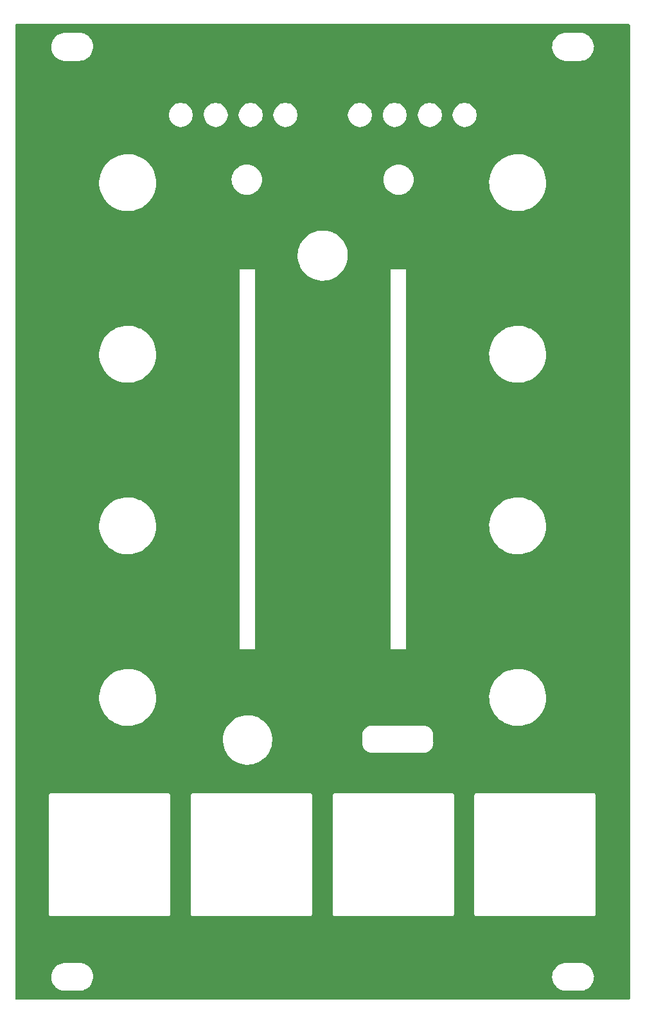
<source format=gbr>
%TF.GenerationSoftware,KiCad,Pcbnew,7.0.7*%
%TF.CreationDate,2023-08-21T16:31:17+01:00*%
%TF.ProjectId,Quango_Panel_3,5175616e-676f-45f5-9061-6e656c5f332e,rev?*%
%TF.SameCoordinates,Original*%
%TF.FileFunction,Copper,L1,Top*%
%TF.FilePolarity,Positive*%
%FSLAX46Y46*%
G04 Gerber Fmt 4.6, Leading zero omitted, Abs format (unit mm)*
G04 Created by KiCad (PCBNEW 7.0.7) date 2023-08-21 16:31:17*
%MOMM*%
%LPD*%
G01*
G04 APERTURE LIST*
G04 APERTURE END LIST*
%TA.AperFunction,NonConductor*%
G36*
X130941621Y-30020502D02*
G01*
X130988114Y-30074158D01*
X130999500Y-30126500D01*
X130999500Y-158373500D01*
X130979498Y-158441621D01*
X130925842Y-158488114D01*
X130873500Y-158499500D01*
X50126500Y-158499500D01*
X50058379Y-158479498D01*
X50011886Y-158425842D01*
X50000500Y-158373500D01*
X50000500Y-155567765D01*
X54745788Y-155567765D01*
X54775412Y-155837014D01*
X54843928Y-156099090D01*
X54949869Y-156348389D01*
X54949870Y-156348390D01*
X55090982Y-156579610D01*
X55264255Y-156787820D01*
X55465998Y-156968582D01*
X55691910Y-157118044D01*
X55937176Y-157233020D01*
X56196569Y-157311060D01*
X56196572Y-157311060D01*
X56196574Y-157311061D01*
X56464557Y-157350500D01*
X56464561Y-157350500D01*
X58467633Y-157350500D01*
X58502363Y-157347957D01*
X58670156Y-157335677D01*
X58670160Y-157335676D01*
X58670161Y-157335676D01*
X58780665Y-157311060D01*
X58934553Y-157276780D01*
X59187558Y-157180014D01*
X59423777Y-157047441D01*
X59638177Y-156881888D01*
X59826186Y-156686881D01*
X59983799Y-156466579D01*
X60107656Y-156225675D01*
X60195118Y-155969305D01*
X60244319Y-155702933D01*
X60249259Y-155567765D01*
X120745788Y-155567765D01*
X120775412Y-155837014D01*
X120843928Y-156099090D01*
X120949869Y-156348389D01*
X120949870Y-156348390D01*
X121090982Y-156579610D01*
X121264255Y-156787820D01*
X121465998Y-156968582D01*
X121691910Y-157118044D01*
X121937176Y-157233020D01*
X122196569Y-157311060D01*
X122196572Y-157311060D01*
X122196574Y-157311061D01*
X122464557Y-157350500D01*
X122464561Y-157350500D01*
X124467633Y-157350500D01*
X124502363Y-157347957D01*
X124670156Y-157335677D01*
X124670160Y-157335676D01*
X124670161Y-157335676D01*
X124780665Y-157311060D01*
X124934553Y-157276780D01*
X125187558Y-157180014D01*
X125423777Y-157047441D01*
X125638177Y-156881888D01*
X125826186Y-156686881D01*
X125983799Y-156466579D01*
X126107656Y-156225675D01*
X126195118Y-155969305D01*
X126244319Y-155702933D01*
X126254212Y-155432235D01*
X126239338Y-155297058D01*
X126224587Y-155162985D01*
X126156071Y-154900909D01*
X126050130Y-154651610D01*
X126050129Y-154651609D01*
X125909018Y-154420390D01*
X125735745Y-154212180D01*
X125735741Y-154212177D01*
X125735740Y-154212175D01*
X125534012Y-154031427D01*
X125534002Y-154031418D01*
X125308090Y-153881956D01*
X125062824Y-153766980D01*
X124905392Y-153719615D01*
X124803425Y-153688938D01*
X124535442Y-153649500D01*
X124535439Y-153649500D01*
X122532369Y-153649500D01*
X122532367Y-153649500D01*
X122329839Y-153664323D01*
X122329838Y-153664323D01*
X122065456Y-153723217D01*
X122065441Y-153723222D01*
X121812441Y-153819986D01*
X121576229Y-153952555D01*
X121576225Y-153952557D01*
X121361818Y-154118116D01*
X121173815Y-154313117D01*
X121173810Y-154313123D01*
X121016203Y-154533417D01*
X121016196Y-154533427D01*
X120892343Y-154774324D01*
X120892342Y-154774327D01*
X120804883Y-155030689D01*
X120804880Y-155030702D01*
X120755681Y-155297058D01*
X120755680Y-155297069D01*
X120745788Y-155567765D01*
X60249259Y-155567765D01*
X60254212Y-155432235D01*
X60239338Y-155297058D01*
X60224587Y-155162985D01*
X60156071Y-154900909D01*
X60050130Y-154651610D01*
X60050129Y-154651609D01*
X59909018Y-154420390D01*
X59735745Y-154212180D01*
X59735741Y-154212177D01*
X59735740Y-154212175D01*
X59534012Y-154031427D01*
X59534002Y-154031418D01*
X59308090Y-153881956D01*
X59062824Y-153766980D01*
X58905392Y-153719615D01*
X58803425Y-153688938D01*
X58535442Y-153649500D01*
X58535439Y-153649500D01*
X56532369Y-153649500D01*
X56532367Y-153649500D01*
X56329839Y-153664323D01*
X56329838Y-153664323D01*
X56065456Y-153723217D01*
X56065441Y-153723222D01*
X55812441Y-153819986D01*
X55576229Y-153952555D01*
X55576225Y-153952557D01*
X55361818Y-154118116D01*
X55173815Y-154313117D01*
X55173810Y-154313123D01*
X55016203Y-154533417D01*
X55016196Y-154533427D01*
X54892343Y-154774324D01*
X54892342Y-154774327D01*
X54804883Y-155030689D01*
X54804880Y-155030702D01*
X54755681Y-155297058D01*
X54755680Y-155297069D01*
X54745788Y-155567765D01*
X50000500Y-155567765D01*
X50000500Y-147143765D01*
X54388814Y-147143765D01*
X54397079Y-147185315D01*
X54399500Y-147209897D01*
X54399500Y-147247595D01*
X54401051Y-147257387D01*
X54399354Y-147257655D01*
X54400008Y-147280641D01*
X54410237Y-147295949D01*
X54425305Y-147327016D01*
X54428913Y-147338122D01*
X54428916Y-147338128D01*
X54484865Y-147415134D01*
X54561871Y-147471083D01*
X54561877Y-147471086D01*
X54572984Y-147474695D01*
X54604051Y-147489763D01*
X54615874Y-147497663D01*
X54627726Y-147495459D01*
X54649249Y-147500000D01*
X54652404Y-147500500D01*
X54690106Y-147500500D01*
X54714687Y-147502921D01*
X54751541Y-147510251D01*
X54761249Y-147504469D01*
X54792626Y-147500500D01*
X70007373Y-147500500D01*
X70043764Y-147511185D01*
X70085312Y-147502921D01*
X70109893Y-147500500D01*
X70147596Y-147500500D01*
X70157387Y-147498949D01*
X70157655Y-147500647D01*
X70180642Y-147499989D01*
X70195946Y-147489764D01*
X70227009Y-147474696D01*
X70238125Y-147471085D01*
X70315134Y-147415134D01*
X70371085Y-147338125D01*
X70374696Y-147327009D01*
X70389764Y-147295946D01*
X70397665Y-147284121D01*
X70395461Y-147272267D01*
X70399999Y-147250758D01*
X70400500Y-147247595D01*
X70400500Y-147209892D01*
X70402921Y-147185310D01*
X70410251Y-147148456D01*
X70407457Y-147143765D01*
X73088814Y-147143765D01*
X73097079Y-147185315D01*
X73099500Y-147209897D01*
X73099500Y-147247595D01*
X73101051Y-147257387D01*
X73099354Y-147257655D01*
X73100008Y-147280641D01*
X73110237Y-147295949D01*
X73125305Y-147327016D01*
X73128913Y-147338122D01*
X73128916Y-147338128D01*
X73184865Y-147415134D01*
X73261871Y-147471083D01*
X73261877Y-147471086D01*
X73272984Y-147474695D01*
X73304051Y-147489763D01*
X73315874Y-147497663D01*
X73327726Y-147495459D01*
X73349249Y-147500000D01*
X73352404Y-147500500D01*
X73390106Y-147500500D01*
X73414687Y-147502921D01*
X73451541Y-147510251D01*
X73461249Y-147504469D01*
X73492626Y-147500500D01*
X88707373Y-147500500D01*
X88743764Y-147511185D01*
X88785312Y-147502921D01*
X88809893Y-147500500D01*
X88847596Y-147500500D01*
X88857387Y-147498949D01*
X88857655Y-147500647D01*
X88880642Y-147499989D01*
X88895946Y-147489764D01*
X88927009Y-147474696D01*
X88938125Y-147471085D01*
X89015134Y-147415134D01*
X89071085Y-147338125D01*
X89074696Y-147327009D01*
X89089764Y-147295946D01*
X89097665Y-147284121D01*
X89095461Y-147272267D01*
X89099999Y-147250758D01*
X89100500Y-147247595D01*
X89100500Y-147209892D01*
X89102921Y-147185310D01*
X89110251Y-147148456D01*
X89107457Y-147143765D01*
X91788814Y-147143765D01*
X91797079Y-147185315D01*
X91799500Y-147209897D01*
X91799500Y-147247595D01*
X91801051Y-147257387D01*
X91799354Y-147257655D01*
X91800008Y-147280641D01*
X91810237Y-147295949D01*
X91825305Y-147327016D01*
X91828913Y-147338122D01*
X91828916Y-147338128D01*
X91884865Y-147415134D01*
X91961871Y-147471083D01*
X91961877Y-147471086D01*
X91972984Y-147474695D01*
X92004051Y-147489763D01*
X92015874Y-147497663D01*
X92027726Y-147495459D01*
X92049249Y-147500000D01*
X92052404Y-147500500D01*
X92090106Y-147500500D01*
X92114687Y-147502921D01*
X92151541Y-147510251D01*
X92161249Y-147504469D01*
X92192626Y-147500500D01*
X107407373Y-147500500D01*
X107443764Y-147511185D01*
X107485312Y-147502921D01*
X107509893Y-147500500D01*
X107547596Y-147500500D01*
X107557387Y-147498949D01*
X107557655Y-147500647D01*
X107580642Y-147499989D01*
X107595946Y-147489764D01*
X107627009Y-147474696D01*
X107638125Y-147471085D01*
X107715134Y-147415134D01*
X107771085Y-147338125D01*
X107774696Y-147327009D01*
X107789764Y-147295946D01*
X107797665Y-147284121D01*
X107795461Y-147272267D01*
X107799999Y-147250758D01*
X107800500Y-147247595D01*
X107800500Y-147209892D01*
X107802921Y-147185310D01*
X107810251Y-147148456D01*
X107807457Y-147143765D01*
X110488814Y-147143765D01*
X110497079Y-147185315D01*
X110499500Y-147209897D01*
X110499500Y-147247595D01*
X110501051Y-147257387D01*
X110499354Y-147257655D01*
X110500008Y-147280641D01*
X110510237Y-147295949D01*
X110525305Y-147327016D01*
X110528913Y-147338122D01*
X110528916Y-147338128D01*
X110584865Y-147415134D01*
X110661871Y-147471083D01*
X110661877Y-147471086D01*
X110672984Y-147474695D01*
X110704051Y-147489763D01*
X110715874Y-147497663D01*
X110727726Y-147495459D01*
X110749249Y-147500000D01*
X110752404Y-147500500D01*
X110790106Y-147500500D01*
X110814687Y-147502921D01*
X110851541Y-147510251D01*
X110861249Y-147504469D01*
X110892626Y-147500500D01*
X126107373Y-147500500D01*
X126143764Y-147511185D01*
X126185312Y-147502921D01*
X126209893Y-147500500D01*
X126247596Y-147500500D01*
X126257387Y-147498949D01*
X126257655Y-147500647D01*
X126280642Y-147499989D01*
X126295946Y-147489764D01*
X126327009Y-147474696D01*
X126338125Y-147471085D01*
X126415134Y-147415134D01*
X126471085Y-147338125D01*
X126474696Y-147327009D01*
X126489764Y-147295946D01*
X126497665Y-147284121D01*
X126495461Y-147272267D01*
X126499999Y-147250758D01*
X126500500Y-147247595D01*
X126500500Y-147209892D01*
X126502921Y-147185310D01*
X126510251Y-147148456D01*
X126504469Y-147138750D01*
X126500500Y-147107373D01*
X126500500Y-131692625D01*
X126511184Y-131656236D01*
X126502920Y-131614689D01*
X126500500Y-131590113D01*
X126500500Y-131552405D01*
X126500498Y-131552400D01*
X126498949Y-131542613D01*
X126500646Y-131542344D01*
X126499988Y-131519354D01*
X126489763Y-131504051D01*
X126474695Y-131472984D01*
X126471086Y-131461877D01*
X126471083Y-131461871D01*
X126415134Y-131384865D01*
X126338128Y-131328916D01*
X126338122Y-131328913D01*
X126327016Y-131325305D01*
X126295949Y-131310237D01*
X126284120Y-131302333D01*
X126272265Y-131304538D01*
X126250760Y-131300001D01*
X126247596Y-131299500D01*
X126247595Y-131299500D01*
X126209898Y-131299500D01*
X126185317Y-131297079D01*
X126148457Y-131289747D01*
X126138751Y-131295530D01*
X126107373Y-131299500D01*
X110892625Y-131299500D01*
X110856232Y-131288814D01*
X110814683Y-131297079D01*
X110790101Y-131299500D01*
X110752404Y-131299500D01*
X110742613Y-131301051D01*
X110742344Y-131299355D01*
X110719354Y-131300010D01*
X110704047Y-131310238D01*
X110672982Y-131325306D01*
X110661875Y-131328914D01*
X110661871Y-131328916D01*
X110584865Y-131384865D01*
X110528916Y-131461871D01*
X110528914Y-131461875D01*
X110525306Y-131472982D01*
X110510238Y-131504047D01*
X110502334Y-131515875D01*
X110504539Y-131527730D01*
X110500000Y-131549246D01*
X110499500Y-131552404D01*
X110499500Y-131590099D01*
X110497079Y-131614681D01*
X110489746Y-131651541D01*
X110495530Y-131661249D01*
X110499500Y-131692628D01*
X110499500Y-147107373D01*
X110488814Y-147143765D01*
X107807457Y-147143765D01*
X107804469Y-147138750D01*
X107800500Y-147107373D01*
X107800500Y-131692625D01*
X107811185Y-131656234D01*
X107802921Y-131614687D01*
X107800500Y-131590106D01*
X107800500Y-131552404D01*
X107798949Y-131542613D01*
X107800646Y-131542344D01*
X107799988Y-131519354D01*
X107789763Y-131504051D01*
X107774695Y-131472984D01*
X107771086Y-131461877D01*
X107771083Y-131461871D01*
X107715134Y-131384865D01*
X107638128Y-131328916D01*
X107638122Y-131328913D01*
X107627016Y-131325305D01*
X107595949Y-131310237D01*
X107584120Y-131302333D01*
X107572265Y-131304538D01*
X107550760Y-131300001D01*
X107547596Y-131299500D01*
X107547595Y-131299500D01*
X107509898Y-131299500D01*
X107485317Y-131297079D01*
X107448457Y-131289747D01*
X107438751Y-131295530D01*
X107407373Y-131299500D01*
X92192625Y-131299500D01*
X92156232Y-131288814D01*
X92114683Y-131297079D01*
X92090101Y-131299500D01*
X92052404Y-131299500D01*
X92042613Y-131301051D01*
X92042344Y-131299355D01*
X92019354Y-131300010D01*
X92004047Y-131310238D01*
X91972982Y-131325306D01*
X91961875Y-131328914D01*
X91961871Y-131328916D01*
X91884865Y-131384865D01*
X91828916Y-131461871D01*
X91828914Y-131461875D01*
X91825306Y-131472982D01*
X91810238Y-131504047D01*
X91802334Y-131515875D01*
X91804539Y-131527730D01*
X91800000Y-131549246D01*
X91799500Y-131552404D01*
X91799500Y-131590100D01*
X91797079Y-131614682D01*
X91789743Y-131651557D01*
X91795529Y-131661267D01*
X91799500Y-131692650D01*
X91799500Y-147107373D01*
X91788814Y-147143765D01*
X89107457Y-147143765D01*
X89104469Y-147138750D01*
X89100500Y-147107373D01*
X89100500Y-131692625D01*
X89111185Y-131656234D01*
X89102921Y-131614687D01*
X89100500Y-131590106D01*
X89100500Y-131552404D01*
X89098949Y-131542613D01*
X89100646Y-131542344D01*
X89099988Y-131519354D01*
X89089763Y-131504051D01*
X89074695Y-131472984D01*
X89071086Y-131461877D01*
X89071083Y-131461871D01*
X89015134Y-131384865D01*
X88938128Y-131328916D01*
X88938122Y-131328913D01*
X88927016Y-131325305D01*
X88895949Y-131310237D01*
X88884120Y-131302333D01*
X88872265Y-131304538D01*
X88850760Y-131300001D01*
X88847596Y-131299500D01*
X88847595Y-131299500D01*
X88809898Y-131299500D01*
X88785317Y-131297079D01*
X88748457Y-131289747D01*
X88738751Y-131295530D01*
X88707373Y-131299500D01*
X73492625Y-131299500D01*
X73456232Y-131288814D01*
X73414683Y-131297079D01*
X73390101Y-131299500D01*
X73352404Y-131299500D01*
X73342613Y-131301051D01*
X73342344Y-131299355D01*
X73319354Y-131300010D01*
X73304047Y-131310238D01*
X73272982Y-131325306D01*
X73261875Y-131328914D01*
X73261871Y-131328916D01*
X73184865Y-131384865D01*
X73128916Y-131461871D01*
X73128914Y-131461875D01*
X73125306Y-131472982D01*
X73110238Y-131504047D01*
X73102334Y-131515875D01*
X73104539Y-131527730D01*
X73100000Y-131549246D01*
X73099500Y-131552404D01*
X73099500Y-131590099D01*
X73097079Y-131614681D01*
X73089746Y-131651541D01*
X73095530Y-131661249D01*
X73099500Y-131692628D01*
X73099500Y-147107373D01*
X73088814Y-147143765D01*
X70407457Y-147143765D01*
X70404469Y-147138750D01*
X70400500Y-147107373D01*
X70400500Y-131692625D01*
X70411185Y-131656234D01*
X70402921Y-131614687D01*
X70400500Y-131590106D01*
X70400500Y-131552404D01*
X70398949Y-131542613D01*
X70400646Y-131542344D01*
X70399988Y-131519354D01*
X70389763Y-131504051D01*
X70374695Y-131472984D01*
X70371086Y-131461877D01*
X70371083Y-131461871D01*
X70315134Y-131384865D01*
X70238128Y-131328916D01*
X70238122Y-131328913D01*
X70227016Y-131325305D01*
X70195949Y-131310237D01*
X70184120Y-131302333D01*
X70172265Y-131304538D01*
X70150760Y-131300001D01*
X70147596Y-131299500D01*
X70147595Y-131299500D01*
X70109898Y-131299500D01*
X70085317Y-131297079D01*
X70048457Y-131289747D01*
X70038751Y-131295530D01*
X70007373Y-131299500D01*
X54792625Y-131299500D01*
X54756232Y-131288814D01*
X54714683Y-131297079D01*
X54690101Y-131299500D01*
X54652404Y-131299500D01*
X54642613Y-131301051D01*
X54642344Y-131299355D01*
X54619354Y-131300010D01*
X54604047Y-131310238D01*
X54572982Y-131325306D01*
X54561875Y-131328914D01*
X54561871Y-131328916D01*
X54484865Y-131384865D01*
X54428916Y-131461871D01*
X54428914Y-131461875D01*
X54425306Y-131472982D01*
X54410238Y-131504047D01*
X54402334Y-131515875D01*
X54404539Y-131527730D01*
X54400000Y-131549246D01*
X54399500Y-131552404D01*
X54399500Y-131590100D01*
X54397079Y-131614681D01*
X54389747Y-131651540D01*
X54395530Y-131661247D01*
X54399500Y-131692625D01*
X54399500Y-147107373D01*
X54388814Y-147143765D01*
X50000500Y-147143765D01*
X50000500Y-124210307D01*
X77345792Y-124210307D01*
X77355676Y-124568825D01*
X77355677Y-124568841D01*
X77404941Y-124924106D01*
X77492985Y-125271788D01*
X77602859Y-125565249D01*
X77618752Y-125607697D01*
X77780704Y-125927721D01*
X77976878Y-126227988D01*
X78204893Y-126504852D01*
X78461981Y-126754951D01*
X78745022Y-126975251D01*
X79050580Y-127163077D01*
X79374946Y-127316149D01*
X79714182Y-127432608D01*
X79714183Y-127432609D01*
X79714186Y-127432610D01*
X80064157Y-127511040D01*
X80064161Y-127511040D01*
X80064172Y-127511043D01*
X80420665Y-127550500D01*
X80420666Y-127550500D01*
X80689589Y-127550500D01*
X80689595Y-127550500D01*
X80958125Y-127535685D01*
X81311904Y-127476650D01*
X81657041Y-127379054D01*
X81989346Y-127244083D01*
X82304787Y-127073375D01*
X82599534Y-126869002D01*
X82870010Y-126633445D01*
X83112931Y-126369562D01*
X83325348Y-126080559D01*
X83504683Y-125769941D01*
X83648759Y-125441481D01*
X83755827Y-125099164D01*
X83824588Y-124747147D01*
X83854207Y-124389702D01*
X83844324Y-124031168D01*
X83803385Y-123735940D01*
X95696854Y-123735940D01*
X95700603Y-123756243D01*
X95717539Y-124619611D01*
X95714775Y-124629755D01*
X95718407Y-124671274D01*
X95718634Y-124675507D01*
X95718739Y-124680737D01*
X95718737Y-124783118D01*
X95732766Y-124871709D01*
X95731756Y-124879517D01*
X95736393Y-124896822D01*
X95737765Y-124903276D01*
X95750754Y-124985298D01*
X95784415Y-125088901D01*
X95784662Y-125097562D01*
X95791496Y-125112218D01*
X95794317Y-125119382D01*
X95803564Y-125147843D01*
X95804501Y-125151005D01*
X95813999Y-125186453D01*
X95825954Y-125203433D01*
X95870445Y-125290754D01*
X95872297Y-125300615D01*
X95881417Y-125313641D01*
X95885949Y-125321184D01*
X95906940Y-125362380D01*
X95910126Y-125367580D01*
X95913510Y-125373876D01*
X95916574Y-125380448D01*
X95930108Y-125394268D01*
X95988317Y-125474386D01*
X95992164Y-125485169D01*
X95999729Y-125492734D01*
X96012567Y-125507764D01*
X96027262Y-125527990D01*
X96027264Y-125527992D01*
X96027266Y-125527995D01*
X96033628Y-125534357D01*
X96047746Y-125551181D01*
X96050234Y-125554735D01*
X96064520Y-125565249D01*
X96134749Y-125635478D01*
X96140870Y-125646688D01*
X96148816Y-125652252D01*
X96165641Y-125666370D01*
X96172004Y-125672733D01*
X96172007Y-125672735D01*
X96172010Y-125672738D01*
X96192234Y-125687432D01*
X96207265Y-125700270D01*
X96211408Y-125704413D01*
X96225607Y-125711678D01*
X96305730Y-125769891D01*
X96314264Y-125780958D01*
X96326115Y-125786484D01*
X96332418Y-125789871D01*
X96337612Y-125793054D01*
X96337620Y-125793060D01*
X96378823Y-125814053D01*
X96386363Y-125818584D01*
X96395887Y-125825253D01*
X96409244Y-125829553D01*
X96496564Y-125874043D01*
X96507509Y-125884381D01*
X96548973Y-125895491D01*
X96552101Y-125896416D01*
X96580631Y-125905686D01*
X96587789Y-125908506D01*
X96599066Y-125913765D01*
X96611094Y-125915583D01*
X96714701Y-125949245D01*
X96796738Y-125962236D01*
X96803190Y-125963607D01*
X96817191Y-125967359D01*
X96828291Y-125967233D01*
X96916887Y-125981263D01*
X97019239Y-125981261D01*
X97019739Y-125981261D01*
X97022201Y-125981261D01*
X97027694Y-125981501D01*
X97060289Y-125984353D01*
X97078014Y-125981261D01*
X103721985Y-125981261D01*
X103734167Y-125984838D01*
X103772305Y-125981501D01*
X103777798Y-125981261D01*
X103780261Y-125981261D01*
X103780761Y-125981261D01*
X103883113Y-125981263D01*
X103971694Y-125967235D01*
X103979503Y-125968244D01*
X103996803Y-125963609D01*
X104003252Y-125962237D01*
X104085299Y-125949245D01*
X104188889Y-125915588D01*
X104197546Y-125915341D01*
X104212197Y-125908510D01*
X104219346Y-125905693D01*
X104247899Y-125896416D01*
X104251028Y-125895490D01*
X104286459Y-125885996D01*
X104303435Y-125874044D01*
X104390753Y-125829554D01*
X104400611Y-125827703D01*
X104413631Y-125818587D01*
X104421172Y-125814055D01*
X104462380Y-125793060D01*
X104462394Y-125793049D01*
X104467579Y-125789872D01*
X104473885Y-125786483D01*
X104480453Y-125783420D01*
X104494267Y-125769892D01*
X104574381Y-125711686D01*
X104585160Y-125707840D01*
X104592725Y-125700276D01*
X104607756Y-125687438D01*
X104627990Y-125672738D01*
X104634358Y-125666369D01*
X104651183Y-125652252D01*
X104654736Y-125649763D01*
X104665254Y-125635474D01*
X104735474Y-125565254D01*
X104746686Y-125559131D01*
X104752252Y-125551183D01*
X104766371Y-125534357D01*
X104772738Y-125527990D01*
X104787438Y-125507756D01*
X104800276Y-125492725D01*
X104804417Y-125488584D01*
X104811685Y-125474383D01*
X104869891Y-125394269D01*
X104880957Y-125385736D01*
X104886483Y-125373885D01*
X104889872Y-125367579D01*
X104893049Y-125362394D01*
X104893060Y-125362380D01*
X104914055Y-125321172D01*
X104918587Y-125313631D01*
X104925252Y-125304112D01*
X104929555Y-125290752D01*
X104974042Y-125203437D01*
X104984380Y-125192492D01*
X104995490Y-125151028D01*
X104996416Y-125147899D01*
X105005693Y-125119346D01*
X105008510Y-125112197D01*
X105013768Y-125100921D01*
X105015588Y-125088890D01*
X105049245Y-124985299D01*
X105062237Y-124903252D01*
X105063609Y-124896803D01*
X105067360Y-124882803D01*
X105067235Y-124871696D01*
X105081263Y-124783113D01*
X105081261Y-124680761D01*
X105081261Y-124680261D01*
X105081261Y-124677797D01*
X105081501Y-124672305D01*
X105084352Y-124639712D01*
X105081261Y-124621990D01*
X105081261Y-123778009D01*
X105084837Y-123765828D01*
X105081501Y-123727693D01*
X105081261Y-123722200D01*
X105081261Y-123719140D01*
X105081261Y-123699905D01*
X105081263Y-123616887D01*
X105067235Y-123528304D01*
X105068244Y-123520496D01*
X105063608Y-123503193D01*
X105062236Y-123496736D01*
X105049245Y-123414701D01*
X105015589Y-123311111D01*
X105015341Y-123302451D01*
X105008508Y-123287797D01*
X105005691Y-123280648D01*
X104996423Y-123252121D01*
X104995491Y-123248972D01*
X104985997Y-123213541D01*
X104974042Y-123196560D01*
X104963961Y-123176776D01*
X104929554Y-123109246D01*
X104927703Y-123099387D01*
X104918585Y-123086365D01*
X104914051Y-123078819D01*
X104912869Y-123076500D01*
X104893060Y-123037620D01*
X104889871Y-123032417D01*
X104886486Y-123026118D01*
X104883424Y-123019552D01*
X104869889Y-123005728D01*
X104833325Y-122955402D01*
X104811685Y-122925616D01*
X104807837Y-122914833D01*
X104800272Y-122907268D01*
X104787435Y-122892239D01*
X104772738Y-122872010D01*
X104772735Y-122872007D01*
X104772733Y-122872004D01*
X104766371Y-122865642D01*
X104752252Y-122848817D01*
X104749764Y-122845263D01*
X104735474Y-122834745D01*
X104665253Y-122764524D01*
X104659130Y-122753311D01*
X104651179Y-122747744D01*
X104634355Y-122733626D01*
X104627995Y-122727266D01*
X104627992Y-122727264D01*
X104627990Y-122727262D01*
X104607763Y-122712566D01*
X104592731Y-122699727D01*
X104588588Y-122695584D01*
X104574381Y-122688313D01*
X104494268Y-122630108D01*
X104485732Y-122619039D01*
X104473882Y-122613513D01*
X104467585Y-122610129D01*
X104462380Y-122606939D01*
X104421184Y-122585950D01*
X104413640Y-122581417D01*
X104404117Y-122574749D01*
X104390752Y-122570444D01*
X104335194Y-122542137D01*
X104303436Y-122525956D01*
X104292488Y-122515616D01*
X104251012Y-122504503D01*
X104247851Y-122503567D01*
X104227452Y-122496939D01*
X104219363Y-122494311D01*
X104212201Y-122491490D01*
X104200923Y-122486231D01*
X104188888Y-122484410D01*
X104085301Y-122450755D01*
X104085299Y-122450754D01*
X104003265Y-122437764D01*
X103996809Y-122436392D01*
X103982803Y-122432639D01*
X103971695Y-122432764D01*
X103883113Y-122418737D01*
X103780859Y-122418737D01*
X103780592Y-122418737D01*
X103777409Y-122418725D01*
X103772165Y-122418485D01*
X103738932Y-122415578D01*
X103721642Y-122418569D01*
X97058290Y-122399664D01*
X97045889Y-122395984D01*
X97008446Y-122399260D01*
X97002952Y-122399500D01*
X97000500Y-122399500D01*
X97000000Y-122399500D01*
X96897648Y-122399500D01*
X96833129Y-122409718D01*
X96808770Y-122413577D01*
X96801027Y-122412576D01*
X96783891Y-122417168D01*
X96777443Y-122418538D01*
X96695466Y-122431523D01*
X96695460Y-122431524D01*
X96591610Y-122465267D01*
X96583008Y-122465512D01*
X96568465Y-122472294D01*
X96561304Y-122475114D01*
X96533123Y-122484271D01*
X96529959Y-122485209D01*
X96494369Y-122494745D01*
X96477401Y-122506692D01*
X96389799Y-122551328D01*
X96379985Y-122553171D01*
X96367037Y-122562237D01*
X96359496Y-122566768D01*
X96318384Y-122587715D01*
X96313293Y-122590835D01*
X96307003Y-122594214D01*
X96300405Y-122597290D01*
X96286595Y-122610812D01*
X96206211Y-122669214D01*
X96195471Y-122673046D01*
X96187961Y-122680556D01*
X96172929Y-122693394D01*
X96152784Y-122708029D01*
X96152783Y-122708031D01*
X96146471Y-122714343D01*
X96129652Y-122728455D01*
X96126128Y-122730921D01*
X96115639Y-122745174D01*
X96045174Y-122815639D01*
X96033991Y-122821745D01*
X96028455Y-122829652D01*
X96014343Y-122846471D01*
X96008031Y-122852783D01*
X96008029Y-122852784D01*
X95993394Y-122872929D01*
X95980556Y-122887961D01*
X95976456Y-122892060D01*
X95969214Y-122906211D01*
X95910812Y-122986595D01*
X95899754Y-122995121D01*
X95894214Y-123007003D01*
X95890835Y-123013293D01*
X95887715Y-123018384D01*
X95866768Y-123059496D01*
X95862237Y-123067037D01*
X95855611Y-123076500D01*
X95851328Y-123089799D01*
X95806692Y-123177401D01*
X95796361Y-123188339D01*
X95785209Y-123229959D01*
X95784271Y-123233123D01*
X95775114Y-123261304D01*
X95772294Y-123268465D01*
X95767075Y-123279656D01*
X95765267Y-123291610D01*
X95731524Y-123395460D01*
X95731523Y-123395465D01*
X95731523Y-123395466D01*
X95728477Y-123414701D01*
X95718540Y-123477438D01*
X95717168Y-123483891D01*
X95713452Y-123497758D01*
X95713577Y-123508770D01*
X95699500Y-123597650D01*
X95699500Y-123690455D01*
X95699334Y-123692658D01*
X95699498Y-123699911D01*
X95699500Y-123700000D01*
X95699500Y-123700500D01*
X95699510Y-123700500D01*
X95699522Y-123701131D01*
X95699300Y-123707988D01*
X95696854Y-123735940D01*
X83803385Y-123735940D01*
X83795059Y-123675897D01*
X83757684Y-123528305D01*
X83707014Y-123328211D01*
X83707011Y-123328202D01*
X83581248Y-122992303D01*
X83419296Y-122672279D01*
X83223122Y-122372012D01*
X82995107Y-122095148D01*
X82738019Y-121845049D01*
X82454978Y-121624749D01*
X82454975Y-121624747D01*
X82454974Y-121624746D01*
X82149418Y-121436922D01*
X81825058Y-121283853D01*
X81825059Y-121283853D01*
X81825054Y-121283851D01*
X81796735Y-121274129D01*
X81485816Y-121167390D01*
X81485813Y-121167389D01*
X81135842Y-121088959D01*
X81135829Y-121088957D01*
X81135828Y-121088957D01*
X81135824Y-121088956D01*
X81135820Y-121088956D01*
X80913188Y-121064315D01*
X80779335Y-121049500D01*
X80510405Y-121049500D01*
X80241875Y-121064315D01*
X80241873Y-121064315D01*
X79888093Y-121123350D01*
X79542961Y-121220945D01*
X79542958Y-121220946D01*
X79210658Y-121355915D01*
X79210647Y-121355920D01*
X78895214Y-121526623D01*
X78895213Y-121526624D01*
X78600464Y-121730998D01*
X78329991Y-121966552D01*
X78329986Y-121966558D01*
X78087079Y-122230425D01*
X78087071Y-122230435D01*
X77874654Y-122519437D01*
X77874642Y-122519456D01*
X77695319Y-122830054D01*
X77695318Y-122830056D01*
X77551247Y-123158503D01*
X77551240Y-123158521D01*
X77444174Y-123500829D01*
X77444173Y-123500834D01*
X77375412Y-123852850D01*
X77345792Y-124210307D01*
X50000500Y-124210307D01*
X50000500Y-118603303D01*
X61045765Y-118603303D01*
X61055721Y-118989827D01*
X61055721Y-118989830D01*
X61105368Y-119373292D01*
X61105368Y-119373293D01*
X61194175Y-119749594D01*
X61194177Y-119749602D01*
X61321210Y-120114794D01*
X61485118Y-120464988D01*
X61684165Y-120796473D01*
X61916241Y-121105734D01*
X62178885Y-121389495D01*
X62469314Y-121644745D01*
X62784449Y-121868781D01*
X63120949Y-122059227D01*
X63475247Y-122214065D01*
X63843588Y-122331652D01*
X64222067Y-122410743D01*
X64462280Y-122435574D01*
X64606670Y-122450500D01*
X64606673Y-122450500D01*
X64896580Y-122450500D01*
X64896589Y-122450500D01*
X65157186Y-122437066D01*
X65186143Y-122435574D01*
X65186149Y-122435573D01*
X65294242Y-122418738D01*
X65568191Y-122376072D01*
X65942097Y-122277602D01*
X66190256Y-122184049D01*
X66303881Y-122141215D01*
X66303885Y-122141212D01*
X66303896Y-122141209D01*
X66649754Y-121968338D01*
X66976004Y-121760822D01*
X67279187Y-121520860D01*
X67556091Y-121250997D01*
X67803779Y-120954092D01*
X68019627Y-120633294D01*
X68201346Y-120292002D01*
X68347009Y-119933834D01*
X68455074Y-119562587D01*
X68524394Y-119182197D01*
X68554234Y-118796696D01*
X68549253Y-118603303D01*
X112445765Y-118603303D01*
X112455721Y-118989827D01*
X112455721Y-118989830D01*
X112505368Y-119373292D01*
X112505368Y-119373293D01*
X112594175Y-119749594D01*
X112594177Y-119749602D01*
X112721210Y-120114794D01*
X112885118Y-120464988D01*
X113084165Y-120796473D01*
X113316241Y-121105734D01*
X113578885Y-121389495D01*
X113869314Y-121644745D01*
X114184449Y-121868781D01*
X114520949Y-122059227D01*
X114875247Y-122214065D01*
X115243588Y-122331652D01*
X115622067Y-122410743D01*
X115862280Y-122435574D01*
X116006670Y-122450500D01*
X116006673Y-122450500D01*
X116296580Y-122450500D01*
X116296589Y-122450500D01*
X116557186Y-122437066D01*
X116586143Y-122435574D01*
X116586149Y-122435573D01*
X116694242Y-122418738D01*
X116968191Y-122376072D01*
X117342097Y-122277602D01*
X117590256Y-122184049D01*
X117703881Y-122141215D01*
X117703885Y-122141212D01*
X117703896Y-122141209D01*
X118049754Y-121968338D01*
X118376004Y-121760822D01*
X118679187Y-121520860D01*
X118956091Y-121250997D01*
X119203779Y-120954092D01*
X119419627Y-120633294D01*
X119601346Y-120292002D01*
X119747009Y-119933834D01*
X119855074Y-119562587D01*
X119924394Y-119182197D01*
X119954234Y-118796696D01*
X119944278Y-118410169D01*
X119894633Y-118026715D01*
X119805823Y-117650398D01*
X119678790Y-117285206D01*
X119514882Y-116935012D01*
X119315835Y-116603527D01*
X119083759Y-116294266D01*
X118821115Y-116010505D01*
X118530686Y-115755255D01*
X118215551Y-115531219D01*
X117879051Y-115340773D01*
X117879048Y-115340772D01*
X117879047Y-115340771D01*
X117720524Y-115271492D01*
X117524753Y-115185935D01*
X117524750Y-115185934D01*
X117524749Y-115185933D01*
X117156417Y-115068349D01*
X116777936Y-114989257D01*
X116393330Y-114949500D01*
X116393327Y-114949500D01*
X116103411Y-114949500D01*
X116017691Y-114953918D01*
X115813856Y-114964425D01*
X115813850Y-114964426D01*
X115431810Y-115023927D01*
X115057906Y-115122396D01*
X115057904Y-115122397D01*
X114696118Y-115258784D01*
X114696098Y-115258793D01*
X114350253Y-115431658D01*
X114350247Y-115431661D01*
X114024006Y-115639170D01*
X114023991Y-115639181D01*
X113720814Y-115879138D01*
X113443909Y-116149003D01*
X113196219Y-116445909D01*
X112980377Y-116766698D01*
X112980365Y-116766720D01*
X112798658Y-117107988D01*
X112798654Y-117107998D01*
X112652992Y-117466163D01*
X112652987Y-117466178D01*
X112544926Y-117837412D01*
X112544926Y-117837413D01*
X112475606Y-118217803D01*
X112475606Y-118217806D01*
X112475604Y-118217821D01*
X112445765Y-118603303D01*
X68549253Y-118603303D01*
X68544278Y-118410169D01*
X68494633Y-118026715D01*
X68405823Y-117650398D01*
X68278790Y-117285206D01*
X68114882Y-116935012D01*
X67915835Y-116603527D01*
X67683759Y-116294266D01*
X67421115Y-116010505D01*
X67130686Y-115755255D01*
X66815551Y-115531219D01*
X66479051Y-115340773D01*
X66479048Y-115340772D01*
X66479047Y-115340771D01*
X66320524Y-115271492D01*
X66124753Y-115185935D01*
X66124750Y-115185934D01*
X66124749Y-115185933D01*
X65756417Y-115068349D01*
X65377936Y-114989257D01*
X64993330Y-114949500D01*
X64993327Y-114949500D01*
X64703411Y-114949500D01*
X64617691Y-114953918D01*
X64413856Y-114964425D01*
X64413850Y-114964426D01*
X64031810Y-115023927D01*
X63657906Y-115122396D01*
X63657904Y-115122397D01*
X63296118Y-115258784D01*
X63296098Y-115258793D01*
X62950253Y-115431658D01*
X62950247Y-115431661D01*
X62624006Y-115639170D01*
X62623991Y-115639181D01*
X62320814Y-115879138D01*
X62043909Y-116149003D01*
X61796219Y-116445909D01*
X61580377Y-116766698D01*
X61580365Y-116766720D01*
X61398658Y-117107988D01*
X61398654Y-117107998D01*
X61252992Y-117466163D01*
X61252987Y-117466178D01*
X61144926Y-117837412D01*
X61144926Y-117837413D01*
X61075606Y-118217803D01*
X61075606Y-118217806D01*
X61075604Y-118217821D01*
X61045765Y-118603303D01*
X50000500Y-118603303D01*
X50000500Y-112325500D01*
X79549415Y-112325500D01*
X79549458Y-112349998D01*
X79549458Y-112350000D01*
X79549459Y-112350000D01*
X79549500Y-112350099D01*
X79549617Y-112350383D01*
X79550000Y-112350541D01*
X79550002Y-112350539D01*
X79575014Y-112350524D01*
X79575014Y-112350528D01*
X79575158Y-112350500D01*
X81524842Y-112350500D01*
X81524985Y-112350528D01*
X81524986Y-112350524D01*
X81549997Y-112350539D01*
X81550000Y-112350541D01*
X81550383Y-112350383D01*
X81550500Y-112350099D01*
X81550541Y-112350000D01*
X81550540Y-112349998D01*
X81550541Y-112349998D01*
X81550584Y-112325500D01*
X99449415Y-112325500D01*
X99449458Y-112349998D01*
X99449458Y-112350000D01*
X99449459Y-112350000D01*
X99449500Y-112350099D01*
X99449617Y-112350383D01*
X99450000Y-112350541D01*
X99450002Y-112350539D01*
X99475014Y-112350524D01*
X99475014Y-112350528D01*
X99475158Y-112350500D01*
X101424842Y-112350500D01*
X101424985Y-112350528D01*
X101424986Y-112350524D01*
X101449997Y-112350539D01*
X101450000Y-112350541D01*
X101450383Y-112350383D01*
X101450500Y-112350099D01*
X101450541Y-112350000D01*
X101450540Y-112349998D01*
X101450541Y-112349998D01*
X101450584Y-112325501D01*
X101450500Y-112325077D01*
X101450500Y-96003303D01*
X112445765Y-96003303D01*
X112455721Y-96389827D01*
X112455721Y-96389830D01*
X112505368Y-96773292D01*
X112505368Y-96773293D01*
X112594175Y-97149594D01*
X112594177Y-97149602D01*
X112721210Y-97514794D01*
X112885118Y-97864988D01*
X113084165Y-98196473D01*
X113316241Y-98505734D01*
X113578885Y-98789495D01*
X113869314Y-99044745D01*
X114184449Y-99268781D01*
X114520949Y-99459227D01*
X114875247Y-99614065D01*
X115243588Y-99731652D01*
X115622067Y-99810743D01*
X115862280Y-99835574D01*
X116006670Y-99850500D01*
X116006673Y-99850500D01*
X116296580Y-99850500D01*
X116296589Y-99850500D01*
X116557186Y-99837066D01*
X116586143Y-99835574D01*
X116586149Y-99835573D01*
X116745576Y-99810743D01*
X116968191Y-99776072D01*
X117342097Y-99677602D01*
X117590256Y-99584049D01*
X117703881Y-99541215D01*
X117703885Y-99541212D01*
X117703896Y-99541209D01*
X118049754Y-99368338D01*
X118376004Y-99160822D01*
X118679187Y-98920860D01*
X118956091Y-98650997D01*
X119203779Y-98354092D01*
X119419627Y-98033294D01*
X119601346Y-97692002D01*
X119747009Y-97333834D01*
X119855074Y-96962587D01*
X119924394Y-96582197D01*
X119954234Y-96196696D01*
X119944278Y-95810169D01*
X119894633Y-95426715D01*
X119805823Y-95050398D01*
X119678790Y-94685206D01*
X119514882Y-94335012D01*
X119315835Y-94003527D01*
X119083759Y-93694266D01*
X118821115Y-93410505D01*
X118530686Y-93155255D01*
X118215551Y-92931219D01*
X117879051Y-92740773D01*
X117879048Y-92740772D01*
X117879047Y-92740771D01*
X117720524Y-92671492D01*
X117524753Y-92585935D01*
X117524750Y-92585934D01*
X117524749Y-92585933D01*
X117156417Y-92468349D01*
X116777936Y-92389257D01*
X116393330Y-92349500D01*
X116393327Y-92349500D01*
X116103411Y-92349500D01*
X116017691Y-92353918D01*
X115813856Y-92364425D01*
X115813850Y-92364426D01*
X115431810Y-92423927D01*
X115057906Y-92522396D01*
X115057904Y-92522397D01*
X114696118Y-92658784D01*
X114696098Y-92658793D01*
X114350253Y-92831658D01*
X114350247Y-92831661D01*
X114024006Y-93039170D01*
X114023991Y-93039181D01*
X113720814Y-93279138D01*
X113443909Y-93549003D01*
X113196219Y-93845909D01*
X112980377Y-94166698D01*
X112980365Y-94166720D01*
X112798658Y-94507988D01*
X112798654Y-94507998D01*
X112652992Y-94866163D01*
X112652987Y-94866178D01*
X112544926Y-95237412D01*
X112544926Y-95237413D01*
X112475606Y-95617803D01*
X112475606Y-95617806D01*
X112475604Y-95617821D01*
X112445765Y-96003303D01*
X101450500Y-96003303D01*
X101450500Y-73403303D01*
X112445765Y-73403303D01*
X112455721Y-73789827D01*
X112455721Y-73789830D01*
X112505368Y-74173292D01*
X112505368Y-74173293D01*
X112594175Y-74549594D01*
X112594177Y-74549602D01*
X112721210Y-74914794D01*
X112885118Y-75264988D01*
X113084165Y-75596473D01*
X113316241Y-75905734D01*
X113578885Y-76189495D01*
X113869314Y-76444745D01*
X114184449Y-76668781D01*
X114520949Y-76859227D01*
X114875247Y-77014065D01*
X115243588Y-77131652D01*
X115622067Y-77210743D01*
X115862280Y-77235574D01*
X116006670Y-77250500D01*
X116006673Y-77250500D01*
X116296580Y-77250500D01*
X116296589Y-77250500D01*
X116557186Y-77237066D01*
X116586143Y-77235574D01*
X116586149Y-77235573D01*
X116745576Y-77210743D01*
X116968191Y-77176072D01*
X117342097Y-77077602D01*
X117590256Y-76984049D01*
X117703881Y-76941215D01*
X117703885Y-76941212D01*
X117703896Y-76941209D01*
X118049754Y-76768338D01*
X118376004Y-76560822D01*
X118679187Y-76320860D01*
X118956091Y-76050997D01*
X119203779Y-75754092D01*
X119419627Y-75433294D01*
X119601346Y-75092002D01*
X119747009Y-74733834D01*
X119855074Y-74362587D01*
X119924394Y-73982197D01*
X119954234Y-73596696D01*
X119944278Y-73210169D01*
X119894633Y-72826715D01*
X119805823Y-72450398D01*
X119678790Y-72085206D01*
X119514882Y-71735012D01*
X119315835Y-71403527D01*
X119083759Y-71094266D01*
X118821115Y-70810505D01*
X118530686Y-70555255D01*
X118215551Y-70331219D01*
X117879051Y-70140773D01*
X117879048Y-70140772D01*
X117879047Y-70140771D01*
X117720524Y-70071492D01*
X117524753Y-69985935D01*
X117524750Y-69985934D01*
X117524749Y-69985933D01*
X117156417Y-69868349D01*
X116777936Y-69789257D01*
X116393330Y-69749500D01*
X116393327Y-69749500D01*
X116103411Y-69749500D01*
X116017691Y-69753918D01*
X115813856Y-69764425D01*
X115813850Y-69764426D01*
X115431810Y-69823927D01*
X115057906Y-69922396D01*
X115057904Y-69922397D01*
X114696118Y-70058784D01*
X114696098Y-70058793D01*
X114350253Y-70231658D01*
X114350247Y-70231661D01*
X114024006Y-70439170D01*
X114023991Y-70439181D01*
X113720814Y-70679138D01*
X113443909Y-70949003D01*
X113196219Y-71245909D01*
X112980377Y-71566698D01*
X112980365Y-71566720D01*
X112798658Y-71907988D01*
X112798654Y-71907998D01*
X112652992Y-72266163D01*
X112652987Y-72266178D01*
X112544926Y-72637412D01*
X112544926Y-72637413D01*
X112475606Y-73017803D01*
X112475606Y-73017806D01*
X112475604Y-73017821D01*
X112445765Y-73403303D01*
X101450500Y-73403303D01*
X101450500Y-62375157D01*
X101450528Y-62375014D01*
X101450524Y-62375014D01*
X101450539Y-62350002D01*
X101450541Y-62350000D01*
X101450383Y-62349617D01*
X101450099Y-62349500D01*
X101450000Y-62349459D01*
X101449999Y-62349459D01*
X101425048Y-62349459D01*
X101424842Y-62349500D01*
X99475158Y-62349500D01*
X99474952Y-62349459D01*
X99450001Y-62349459D01*
X99450000Y-62349459D01*
X99449901Y-62349500D01*
X99449617Y-62349617D01*
X99449459Y-62350000D01*
X99449476Y-62375014D01*
X99449471Y-62375014D01*
X99449500Y-62375157D01*
X99449500Y-112325072D01*
X99449415Y-112325500D01*
X81550584Y-112325500D01*
X81550500Y-112325072D01*
X81550500Y-62375157D01*
X81550528Y-62375014D01*
X81550524Y-62375014D01*
X81550539Y-62350002D01*
X81550541Y-62350000D01*
X81550383Y-62349617D01*
X81550099Y-62349500D01*
X81550000Y-62349459D01*
X81549999Y-62349459D01*
X81525048Y-62349459D01*
X81524842Y-62349500D01*
X79575158Y-62349500D01*
X79574952Y-62349459D01*
X79550001Y-62349459D01*
X79550000Y-62349459D01*
X79549901Y-62349500D01*
X79549617Y-62349617D01*
X79549459Y-62350000D01*
X79549476Y-62375014D01*
X79549471Y-62375014D01*
X79549500Y-62375157D01*
X79549500Y-112325072D01*
X79549415Y-112325500D01*
X50000500Y-112325500D01*
X50000500Y-96003303D01*
X61045765Y-96003303D01*
X61055721Y-96389827D01*
X61055721Y-96389830D01*
X61105368Y-96773292D01*
X61105368Y-96773293D01*
X61194175Y-97149594D01*
X61194177Y-97149602D01*
X61321210Y-97514794D01*
X61485118Y-97864988D01*
X61684165Y-98196473D01*
X61916241Y-98505734D01*
X62178885Y-98789495D01*
X62469314Y-99044745D01*
X62784449Y-99268781D01*
X63120949Y-99459227D01*
X63475247Y-99614065D01*
X63843588Y-99731652D01*
X64222067Y-99810743D01*
X64462280Y-99835574D01*
X64606670Y-99850500D01*
X64606673Y-99850500D01*
X64896580Y-99850500D01*
X64896589Y-99850500D01*
X65157186Y-99837066D01*
X65186143Y-99835574D01*
X65186149Y-99835573D01*
X65345576Y-99810743D01*
X65568191Y-99776072D01*
X65942097Y-99677602D01*
X66190256Y-99584049D01*
X66303881Y-99541215D01*
X66303885Y-99541212D01*
X66303896Y-99541209D01*
X66649754Y-99368338D01*
X66976004Y-99160822D01*
X67279187Y-98920860D01*
X67556091Y-98650997D01*
X67803779Y-98354092D01*
X68019627Y-98033294D01*
X68201346Y-97692002D01*
X68347009Y-97333834D01*
X68455074Y-96962587D01*
X68524394Y-96582197D01*
X68554234Y-96196696D01*
X68544278Y-95810169D01*
X68494633Y-95426715D01*
X68405823Y-95050398D01*
X68278790Y-94685206D01*
X68114882Y-94335012D01*
X67915835Y-94003527D01*
X67683759Y-93694266D01*
X67421115Y-93410505D01*
X67130686Y-93155255D01*
X66815551Y-92931219D01*
X66479051Y-92740773D01*
X66479048Y-92740772D01*
X66479047Y-92740771D01*
X66320524Y-92671492D01*
X66124753Y-92585935D01*
X66124750Y-92585934D01*
X66124749Y-92585933D01*
X65756417Y-92468349D01*
X65377936Y-92389257D01*
X64993330Y-92349500D01*
X64993327Y-92349500D01*
X64703411Y-92349500D01*
X64617691Y-92353918D01*
X64413856Y-92364425D01*
X64413850Y-92364426D01*
X64031810Y-92423927D01*
X63657906Y-92522396D01*
X63657904Y-92522397D01*
X63296118Y-92658784D01*
X63296098Y-92658793D01*
X62950253Y-92831658D01*
X62950247Y-92831661D01*
X62624006Y-93039170D01*
X62623991Y-93039181D01*
X62320814Y-93279138D01*
X62043909Y-93549003D01*
X61796219Y-93845909D01*
X61580377Y-94166698D01*
X61580365Y-94166720D01*
X61398658Y-94507988D01*
X61398654Y-94507998D01*
X61252992Y-94866163D01*
X61252987Y-94866178D01*
X61144926Y-95237412D01*
X61144926Y-95237413D01*
X61075606Y-95617803D01*
X61075606Y-95617806D01*
X61075604Y-95617821D01*
X61045765Y-96003303D01*
X50000500Y-96003303D01*
X50000500Y-73403303D01*
X61045765Y-73403303D01*
X61055721Y-73789827D01*
X61055721Y-73789830D01*
X61105368Y-74173292D01*
X61105368Y-74173293D01*
X61194175Y-74549594D01*
X61194177Y-74549602D01*
X61321210Y-74914794D01*
X61485118Y-75264988D01*
X61684165Y-75596473D01*
X61916241Y-75905734D01*
X62178885Y-76189495D01*
X62469314Y-76444745D01*
X62784449Y-76668781D01*
X63120949Y-76859227D01*
X63475247Y-77014065D01*
X63843588Y-77131652D01*
X64222067Y-77210743D01*
X64462280Y-77235574D01*
X64606670Y-77250500D01*
X64606673Y-77250500D01*
X64896580Y-77250500D01*
X64896589Y-77250500D01*
X65157186Y-77237066D01*
X65186143Y-77235574D01*
X65186149Y-77235573D01*
X65345576Y-77210743D01*
X65568191Y-77176072D01*
X65942097Y-77077602D01*
X66190256Y-76984049D01*
X66303881Y-76941215D01*
X66303885Y-76941212D01*
X66303896Y-76941209D01*
X66649754Y-76768338D01*
X66976004Y-76560822D01*
X67279187Y-76320860D01*
X67556091Y-76050997D01*
X67803779Y-75754092D01*
X68019627Y-75433294D01*
X68201346Y-75092002D01*
X68347009Y-74733834D01*
X68455074Y-74362587D01*
X68524394Y-73982197D01*
X68554234Y-73596696D01*
X68544278Y-73210169D01*
X68494633Y-72826715D01*
X68405823Y-72450398D01*
X68278790Y-72085206D01*
X68114882Y-71735012D01*
X67915835Y-71403527D01*
X67683759Y-71094266D01*
X67421115Y-70810505D01*
X67130686Y-70555255D01*
X66815551Y-70331219D01*
X66479051Y-70140773D01*
X66479048Y-70140772D01*
X66479047Y-70140771D01*
X66320524Y-70071492D01*
X66124753Y-69985935D01*
X66124750Y-69985934D01*
X66124749Y-69985933D01*
X65756417Y-69868349D01*
X65377936Y-69789257D01*
X64993330Y-69749500D01*
X64993327Y-69749500D01*
X64703411Y-69749500D01*
X64617691Y-69753918D01*
X64413856Y-69764425D01*
X64413850Y-69764426D01*
X64031810Y-69823927D01*
X63657906Y-69922396D01*
X63657904Y-69922397D01*
X63296118Y-70058784D01*
X63296098Y-70058793D01*
X62950253Y-70231658D01*
X62950247Y-70231661D01*
X62624006Y-70439170D01*
X62623991Y-70439181D01*
X62320814Y-70679138D01*
X62043909Y-70949003D01*
X61796219Y-71245909D01*
X61580377Y-71566698D01*
X61580365Y-71566720D01*
X61398658Y-71907988D01*
X61398654Y-71907998D01*
X61252992Y-72266163D01*
X61252987Y-72266178D01*
X61144926Y-72637412D01*
X61144926Y-72637413D01*
X61075606Y-73017803D01*
X61075606Y-73017806D01*
X61075604Y-73017821D01*
X61045765Y-73403303D01*
X50000500Y-73403303D01*
X50000500Y-60408928D01*
X87195735Y-60408928D01*
X87205771Y-60772961D01*
X87205772Y-60772979D01*
X87255793Y-61133704D01*
X87345194Y-61486742D01*
X87345195Y-61486745D01*
X87472887Y-61827797D01*
X87472892Y-61827807D01*
X87472894Y-61827812D01*
X87556265Y-61992556D01*
X87637337Y-62152760D01*
X87637339Y-62152763D01*
X87782636Y-62375157D01*
X87836528Y-62457645D01*
X87836532Y-62457649D01*
X87836535Y-62457654D01*
X88068048Y-62738764D01*
X88068056Y-62738772D01*
X88254510Y-62920157D01*
X88329094Y-62992714D01*
X88616489Y-63216402D01*
X88926747Y-63407117D01*
X89256102Y-63562544D01*
X89600556Y-63680795D01*
X89600557Y-63680795D01*
X89600560Y-63680796D01*
X89955914Y-63760433D01*
X89955918Y-63760433D01*
X89955929Y-63760436D01*
X90317906Y-63800500D01*
X90317907Y-63800500D01*
X90590966Y-63800500D01*
X90590972Y-63800500D01*
X90863634Y-63785457D01*
X91222855Y-63725513D01*
X91573300Y-63626417D01*
X91910718Y-63489370D01*
X92231011Y-63316036D01*
X92530292Y-63108519D01*
X92804928Y-62869338D01*
X93051585Y-62601397D01*
X93267270Y-62307948D01*
X93449363Y-61992552D01*
X93595656Y-61659039D01*
X93704371Y-61311457D01*
X93774190Y-60954025D01*
X93804264Y-60591081D01*
X93794229Y-60227032D01*
X93744207Y-59866297D01*
X93654804Y-59513254D01*
X93590290Y-59340945D01*
X93527112Y-59172202D01*
X93527107Y-59172192D01*
X93527106Y-59172188D01*
X93362663Y-58847241D01*
X93163472Y-58542355D01*
X93045086Y-58398607D01*
X92931951Y-58261235D01*
X92931943Y-58261227D01*
X92670907Y-58007287D01*
X92670906Y-58007286D01*
X92383511Y-57783598D01*
X92383508Y-57783596D01*
X92383507Y-57783595D01*
X92073251Y-57592882D01*
X91963468Y-57541074D01*
X91743898Y-57437456D01*
X91715146Y-57427585D01*
X91399442Y-57319204D01*
X91399439Y-57319203D01*
X91044085Y-57239566D01*
X91044072Y-57239564D01*
X91044071Y-57239564D01*
X91044067Y-57239563D01*
X91044063Y-57239563D01*
X90818007Y-57214543D01*
X90682094Y-57199500D01*
X90409028Y-57199500D01*
X90136366Y-57214543D01*
X90136364Y-57214543D01*
X89777142Y-57274487D01*
X89426701Y-57373582D01*
X89426699Y-57373583D01*
X89089285Y-57510628D01*
X89089275Y-57510633D01*
X88768990Y-57683962D01*
X88768989Y-57683963D01*
X88469707Y-57891481D01*
X88469706Y-57891482D01*
X88195066Y-58130666D01*
X87948422Y-58398594D01*
X87948412Y-58398607D01*
X87732732Y-58692048D01*
X87732720Y-58692067D01*
X87550639Y-59007443D01*
X87550638Y-59007445D01*
X87404350Y-59340945D01*
X87404343Y-59340963D01*
X87295630Y-59688536D01*
X87295629Y-59688541D01*
X87225810Y-60045972D01*
X87195735Y-60408928D01*
X50000500Y-60408928D01*
X50000500Y-50803303D01*
X61045765Y-50803303D01*
X61055721Y-51189827D01*
X61055721Y-51189830D01*
X61105368Y-51573292D01*
X61105368Y-51573293D01*
X61194175Y-51949594D01*
X61194177Y-51949602D01*
X61321210Y-52314794D01*
X61485118Y-52664988D01*
X61684165Y-52996473D01*
X61916241Y-53305734D01*
X62178885Y-53589495D01*
X62469314Y-53844745D01*
X62784449Y-54068781D01*
X63120949Y-54259227D01*
X63475247Y-54414065D01*
X63843588Y-54531652D01*
X64222067Y-54610743D01*
X64462280Y-54635574D01*
X64606670Y-54650500D01*
X64606673Y-54650500D01*
X64896580Y-54650500D01*
X64896589Y-54650500D01*
X65157186Y-54637066D01*
X65186143Y-54635574D01*
X65186149Y-54635573D01*
X65345576Y-54610743D01*
X65568191Y-54576072D01*
X65942097Y-54477602D01*
X66190256Y-54384049D01*
X66303881Y-54341215D01*
X66303885Y-54341212D01*
X66303896Y-54341209D01*
X66649754Y-54168338D01*
X66976004Y-53960822D01*
X67279187Y-53720860D01*
X67556091Y-53450997D01*
X67803779Y-53154092D01*
X68019627Y-52833294D01*
X68201346Y-52492002D01*
X68347009Y-52133834D01*
X68455074Y-51762587D01*
X68524394Y-51382197D01*
X68554234Y-50996696D01*
X68544278Y-50610169D01*
X68530015Y-50500000D01*
X78494390Y-50500000D01*
X78514803Y-50785424D01*
X78575631Y-51065046D01*
X78675632Y-51333160D01*
X78675637Y-51333170D01*
X78812768Y-51584307D01*
X78812772Y-51584312D01*
X78984262Y-51813396D01*
X78984270Y-51813405D01*
X79186594Y-52015729D01*
X79186603Y-52015737D01*
X79186605Y-52015739D01*
X79415685Y-52187226D01*
X79415687Y-52187227D01*
X79415692Y-52187231D01*
X79666829Y-52324362D01*
X79666839Y-52324367D01*
X79934954Y-52424369D01*
X80214572Y-52485196D01*
X80428552Y-52500500D01*
X80428558Y-52500500D01*
X80571442Y-52500500D01*
X80571448Y-52500500D01*
X80785428Y-52485196D01*
X81065046Y-52424369D01*
X81333161Y-52324367D01*
X81363144Y-52307994D01*
X81584307Y-52187231D01*
X81584309Y-52187229D01*
X81584315Y-52187226D01*
X81813395Y-52015739D01*
X82015739Y-51813395D01*
X82187226Y-51584315D01*
X82187229Y-51584309D01*
X82187231Y-51584307D01*
X82324362Y-51333170D01*
X82324367Y-51333161D01*
X82424369Y-51065046D01*
X82485196Y-50785428D01*
X82505610Y-50500000D01*
X98494390Y-50500000D01*
X98514803Y-50785424D01*
X98575631Y-51065046D01*
X98675632Y-51333160D01*
X98675637Y-51333170D01*
X98812768Y-51584307D01*
X98812772Y-51584312D01*
X98984262Y-51813396D01*
X98984270Y-51813405D01*
X99186594Y-52015729D01*
X99186603Y-52015737D01*
X99186605Y-52015739D01*
X99415685Y-52187226D01*
X99415687Y-52187227D01*
X99415692Y-52187231D01*
X99666829Y-52324362D01*
X99666839Y-52324367D01*
X99934954Y-52424369D01*
X100214572Y-52485196D01*
X100428552Y-52500500D01*
X100428558Y-52500500D01*
X100571442Y-52500500D01*
X100571448Y-52500500D01*
X100785428Y-52485196D01*
X101065046Y-52424369D01*
X101333161Y-52324367D01*
X101363144Y-52307994D01*
X101584307Y-52187231D01*
X101584309Y-52187229D01*
X101584315Y-52187226D01*
X101813395Y-52015739D01*
X102015739Y-51813395D01*
X102187226Y-51584315D01*
X102187229Y-51584309D01*
X102187231Y-51584307D01*
X102324362Y-51333170D01*
X102324367Y-51333161D01*
X102424369Y-51065046D01*
X102481308Y-50803303D01*
X112445765Y-50803303D01*
X112455721Y-51189827D01*
X112455721Y-51189830D01*
X112505368Y-51573292D01*
X112505368Y-51573293D01*
X112594175Y-51949594D01*
X112594177Y-51949602D01*
X112721210Y-52314794D01*
X112885118Y-52664988D01*
X113084165Y-52996473D01*
X113316241Y-53305734D01*
X113578885Y-53589495D01*
X113869314Y-53844745D01*
X114184449Y-54068781D01*
X114520949Y-54259227D01*
X114875247Y-54414065D01*
X115243588Y-54531652D01*
X115622067Y-54610743D01*
X115862280Y-54635574D01*
X116006670Y-54650500D01*
X116006673Y-54650500D01*
X116296580Y-54650500D01*
X116296589Y-54650500D01*
X116557186Y-54637066D01*
X116586143Y-54635574D01*
X116586149Y-54635573D01*
X116745576Y-54610743D01*
X116968191Y-54576072D01*
X117342097Y-54477602D01*
X117590256Y-54384049D01*
X117703881Y-54341215D01*
X117703885Y-54341212D01*
X117703896Y-54341209D01*
X118049754Y-54168338D01*
X118376004Y-53960822D01*
X118679187Y-53720860D01*
X118956091Y-53450997D01*
X119203779Y-53154092D01*
X119419627Y-52833294D01*
X119601346Y-52492002D01*
X119747009Y-52133834D01*
X119855074Y-51762587D01*
X119924394Y-51382197D01*
X119954234Y-50996696D01*
X119944278Y-50610169D01*
X119894633Y-50226715D01*
X119805823Y-49850398D01*
X119678790Y-49485206D01*
X119514882Y-49135012D01*
X119315835Y-48803527D01*
X119083759Y-48494266D01*
X118821115Y-48210505D01*
X118530686Y-47955255D01*
X118215551Y-47731219D01*
X117879051Y-47540773D01*
X117879048Y-47540772D01*
X117879047Y-47540771D01*
X117720524Y-47471492D01*
X117524753Y-47385935D01*
X117524750Y-47385934D01*
X117524749Y-47385933D01*
X117156417Y-47268349D01*
X116777936Y-47189257D01*
X116393330Y-47149500D01*
X116393327Y-47149500D01*
X116103411Y-47149500D01*
X116017691Y-47153918D01*
X115813856Y-47164425D01*
X115813850Y-47164426D01*
X115431810Y-47223927D01*
X115057906Y-47322396D01*
X115057904Y-47322397D01*
X114696118Y-47458784D01*
X114696098Y-47458793D01*
X114350253Y-47631658D01*
X114350247Y-47631661D01*
X114024006Y-47839170D01*
X114023991Y-47839181D01*
X113720814Y-48079138D01*
X113443909Y-48349003D01*
X113196219Y-48645909D01*
X112980377Y-48966698D01*
X112980365Y-48966720D01*
X112798658Y-49307988D01*
X112798654Y-49307998D01*
X112652992Y-49666163D01*
X112652987Y-49666178D01*
X112574750Y-49934954D01*
X112544926Y-50037413D01*
X112475606Y-50417803D01*
X112475606Y-50417806D01*
X112475604Y-50417821D01*
X112445765Y-50803303D01*
X102481308Y-50803303D01*
X102485196Y-50785428D01*
X102505610Y-50500000D01*
X102485196Y-50214572D01*
X102424369Y-49934954D01*
X102324367Y-49666839D01*
X102324362Y-49666829D01*
X102187231Y-49415692D01*
X102187227Y-49415687D01*
X102187226Y-49415685D01*
X102015739Y-49186605D01*
X102015737Y-49186603D01*
X102015729Y-49186594D01*
X101813405Y-48984270D01*
X101813396Y-48984262D01*
X101789933Y-48966698D01*
X101584315Y-48812774D01*
X101584313Y-48812773D01*
X101584312Y-48812772D01*
X101584307Y-48812768D01*
X101333170Y-48675637D01*
X101333160Y-48675632D01*
X101065046Y-48575631D01*
X100785424Y-48514803D01*
X100651775Y-48505245D01*
X100571448Y-48499500D01*
X100428552Y-48499500D01*
X100352954Y-48504906D01*
X100214575Y-48514803D01*
X99934953Y-48575631D01*
X99666839Y-48675632D01*
X99666829Y-48675637D01*
X99415692Y-48812768D01*
X99415687Y-48812772D01*
X99186603Y-48984262D01*
X99186594Y-48984270D01*
X98984270Y-49186594D01*
X98984262Y-49186603D01*
X98812772Y-49415687D01*
X98812768Y-49415692D01*
X98675637Y-49666829D01*
X98675632Y-49666839D01*
X98575631Y-49934953D01*
X98514803Y-50214575D01*
X98494390Y-50500000D01*
X82505610Y-50500000D01*
X82485196Y-50214572D01*
X82424369Y-49934954D01*
X82324367Y-49666839D01*
X82324362Y-49666829D01*
X82187231Y-49415692D01*
X82187227Y-49415687D01*
X82187226Y-49415685D01*
X82015739Y-49186605D01*
X82015737Y-49186603D01*
X82015729Y-49186594D01*
X81813405Y-48984270D01*
X81813396Y-48984262D01*
X81789933Y-48966698D01*
X81584315Y-48812774D01*
X81584313Y-48812773D01*
X81584312Y-48812772D01*
X81584307Y-48812768D01*
X81333170Y-48675637D01*
X81333160Y-48675632D01*
X81065046Y-48575631D01*
X80785424Y-48514803D01*
X80651775Y-48505245D01*
X80571448Y-48499500D01*
X80428552Y-48499500D01*
X80352954Y-48504906D01*
X80214575Y-48514803D01*
X79934953Y-48575631D01*
X79666839Y-48675632D01*
X79666829Y-48675637D01*
X79415692Y-48812768D01*
X79415687Y-48812772D01*
X79186603Y-48984262D01*
X79186594Y-48984270D01*
X78984270Y-49186594D01*
X78984262Y-49186603D01*
X78812772Y-49415687D01*
X78812768Y-49415692D01*
X78675637Y-49666829D01*
X78675632Y-49666839D01*
X78575631Y-49934953D01*
X78514803Y-50214575D01*
X78494390Y-50500000D01*
X68530015Y-50500000D01*
X68494633Y-50226715D01*
X68405823Y-49850398D01*
X68278790Y-49485206D01*
X68114882Y-49135012D01*
X67915835Y-48803527D01*
X67683759Y-48494266D01*
X67421115Y-48210505D01*
X67130686Y-47955255D01*
X66815551Y-47731219D01*
X66479051Y-47540773D01*
X66479048Y-47540772D01*
X66479047Y-47540771D01*
X66320524Y-47471492D01*
X66124753Y-47385935D01*
X66124750Y-47385934D01*
X66124749Y-47385933D01*
X65756417Y-47268349D01*
X65377936Y-47189257D01*
X64993330Y-47149500D01*
X64993327Y-47149500D01*
X64703411Y-47149500D01*
X64617691Y-47153918D01*
X64413856Y-47164425D01*
X64413850Y-47164426D01*
X64031810Y-47223927D01*
X63657906Y-47322396D01*
X63657904Y-47322397D01*
X63296118Y-47458784D01*
X63296098Y-47458793D01*
X62950253Y-47631658D01*
X62950247Y-47631661D01*
X62624006Y-47839170D01*
X62623991Y-47839181D01*
X62320814Y-48079138D01*
X62043909Y-48349003D01*
X61796219Y-48645909D01*
X61580377Y-48966698D01*
X61580365Y-48966720D01*
X61398658Y-49307988D01*
X61398654Y-49307998D01*
X61252992Y-49666163D01*
X61252987Y-49666178D01*
X61174750Y-49934954D01*
X61144926Y-50037413D01*
X61075606Y-50417803D01*
X61075606Y-50417806D01*
X61075604Y-50417821D01*
X61045765Y-50803303D01*
X50000500Y-50803303D01*
X50000500Y-41999999D01*
X70199999Y-41999999D01*
X70343025Y-42591728D01*
X70343025Y-42591729D01*
X70343026Y-42591730D01*
X70668617Y-43131383D01*
X71208933Y-43457659D01*
X71800000Y-43600000D01*
X72433527Y-43457644D01*
X72932199Y-43132199D01*
X73300523Y-42592178D01*
X73400000Y-42000000D01*
X73400000Y-41999999D01*
X74799999Y-41999999D01*
X74943025Y-42591728D01*
X74943025Y-42591729D01*
X74943026Y-42591730D01*
X75268617Y-43131383D01*
X75808933Y-43457659D01*
X76400000Y-43600000D01*
X77033527Y-43457644D01*
X77532199Y-43132199D01*
X77900523Y-42592178D01*
X78000000Y-42000000D01*
X78000000Y-41999999D01*
X79399999Y-41999999D01*
X79543025Y-42591728D01*
X79543025Y-42591729D01*
X79543026Y-42591730D01*
X79868617Y-43131383D01*
X80408933Y-43457659D01*
X81000000Y-43600000D01*
X81633527Y-43457644D01*
X82132199Y-43132199D01*
X82500523Y-42592178D01*
X82600000Y-42000000D01*
X82600000Y-41999999D01*
X83999999Y-41999999D01*
X84143025Y-42591728D01*
X84143025Y-42591729D01*
X84143026Y-42591730D01*
X84468617Y-43131383D01*
X85008933Y-43457659D01*
X85600000Y-43600000D01*
X86233527Y-43457644D01*
X86732199Y-43132199D01*
X87100523Y-42592178D01*
X87200000Y-42000000D01*
X87200000Y-41999999D01*
X93799999Y-41999999D01*
X93943025Y-42591728D01*
X93943025Y-42591729D01*
X93943026Y-42591730D01*
X94268617Y-43131383D01*
X94808933Y-43457659D01*
X95400000Y-43600000D01*
X96033527Y-43457644D01*
X96532199Y-43132199D01*
X96900523Y-42592178D01*
X97000000Y-42000000D01*
X97000000Y-41999999D01*
X98399999Y-41999999D01*
X98543025Y-42591728D01*
X98543025Y-42591729D01*
X98543026Y-42591730D01*
X98868617Y-43131383D01*
X99408933Y-43457659D01*
X100000000Y-43600000D01*
X100633527Y-43457644D01*
X101132199Y-43132199D01*
X101500523Y-42592178D01*
X101600000Y-42000000D01*
X101600000Y-41999999D01*
X102999999Y-41999999D01*
X103143025Y-42591728D01*
X103143025Y-42591729D01*
X103143026Y-42591730D01*
X103468617Y-43131383D01*
X104008933Y-43457659D01*
X104600000Y-43600000D01*
X105233527Y-43457644D01*
X105732199Y-43132199D01*
X106100523Y-42592178D01*
X106200000Y-42000000D01*
X106200000Y-41999999D01*
X107599999Y-41999999D01*
X107743025Y-42591728D01*
X107743025Y-42591729D01*
X107743026Y-42591730D01*
X108068617Y-43131383D01*
X108608933Y-43457659D01*
X109200000Y-43600000D01*
X109833527Y-43457644D01*
X110332199Y-43132199D01*
X110700523Y-42592178D01*
X110800000Y-42000000D01*
X110699441Y-41367143D01*
X110330809Y-40869191D01*
X110326396Y-40865934D01*
X109833224Y-40501963D01*
X109674916Y-40476472D01*
X109199999Y-40400000D01*
X109199997Y-40400000D01*
X109199996Y-40400000D01*
X108608938Y-40501229D01*
X108608937Y-40501230D01*
X108065934Y-40865933D01*
X108065931Y-40865937D01*
X107739506Y-41365682D01*
X107739504Y-41365686D01*
X107599999Y-41999999D01*
X106200000Y-41999999D01*
X106099441Y-41367143D01*
X105730809Y-40869191D01*
X105726396Y-40865934D01*
X105233224Y-40501963D01*
X105074916Y-40476472D01*
X104599999Y-40400000D01*
X104599997Y-40400000D01*
X104599996Y-40400000D01*
X104008938Y-40501229D01*
X104008937Y-40501230D01*
X103465934Y-40865933D01*
X103465931Y-40865937D01*
X103139506Y-41365682D01*
X103139504Y-41365686D01*
X102999999Y-41999999D01*
X101600000Y-41999999D01*
X101499441Y-41367143D01*
X101130809Y-40869191D01*
X101126396Y-40865934D01*
X100633224Y-40501963D01*
X100474916Y-40476472D01*
X99999999Y-40400000D01*
X99999997Y-40400000D01*
X99999996Y-40400000D01*
X99408938Y-40501229D01*
X99408937Y-40501230D01*
X98865934Y-40865933D01*
X98865931Y-40865937D01*
X98539506Y-41365682D01*
X98539504Y-41365686D01*
X98399999Y-41999999D01*
X97000000Y-41999999D01*
X96899441Y-41367143D01*
X96530809Y-40869191D01*
X96526396Y-40865934D01*
X96033224Y-40501963D01*
X95874917Y-40476472D01*
X95399999Y-40400000D01*
X95399997Y-40400000D01*
X95399996Y-40400000D01*
X94808938Y-40501229D01*
X94808937Y-40501230D01*
X94265934Y-40865933D01*
X94265931Y-40865937D01*
X93939506Y-41365682D01*
X93939504Y-41365686D01*
X93799999Y-41999999D01*
X87200000Y-41999999D01*
X87099441Y-41367143D01*
X86730809Y-40869191D01*
X86726396Y-40865934D01*
X86233224Y-40501963D01*
X86074916Y-40476472D01*
X85599999Y-40400000D01*
X85599997Y-40400000D01*
X85599996Y-40400000D01*
X85008938Y-40501229D01*
X85008937Y-40501230D01*
X84465934Y-40865933D01*
X84465931Y-40865937D01*
X84139506Y-41365682D01*
X84139504Y-41365686D01*
X83999999Y-41999999D01*
X82600000Y-41999999D01*
X82499441Y-41367143D01*
X82130809Y-40869191D01*
X82126396Y-40865934D01*
X81633224Y-40501963D01*
X81474917Y-40476472D01*
X80999999Y-40400000D01*
X80999997Y-40400000D01*
X80999996Y-40400000D01*
X80408938Y-40501229D01*
X80408937Y-40501230D01*
X79865934Y-40865933D01*
X79865931Y-40865937D01*
X79539506Y-41365682D01*
X79539504Y-41365686D01*
X79399999Y-41999999D01*
X78000000Y-41999999D01*
X77899441Y-41367143D01*
X77530809Y-40869191D01*
X77526396Y-40865934D01*
X77033224Y-40501963D01*
X76874916Y-40476472D01*
X76399999Y-40400000D01*
X76399997Y-40400000D01*
X76399996Y-40400000D01*
X75808938Y-40501229D01*
X75808937Y-40501230D01*
X75265934Y-40865933D01*
X75265931Y-40865937D01*
X74939506Y-41365682D01*
X74939504Y-41365686D01*
X74799999Y-41999999D01*
X73400000Y-41999999D01*
X73299441Y-41367143D01*
X72930809Y-40869191D01*
X72926396Y-40865934D01*
X72433224Y-40501963D01*
X72274916Y-40476472D01*
X71799999Y-40400000D01*
X71799997Y-40400000D01*
X71799996Y-40400000D01*
X71208938Y-40501229D01*
X71208937Y-40501230D01*
X70665934Y-40865933D01*
X70665931Y-40865937D01*
X70339506Y-41365682D01*
X70339504Y-41365686D01*
X70199999Y-41999999D01*
X50000500Y-41999999D01*
X50000500Y-33067765D01*
X54745788Y-33067765D01*
X54775412Y-33337014D01*
X54843928Y-33599090D01*
X54949869Y-33848389D01*
X54949870Y-33848390D01*
X55090982Y-34079610D01*
X55264255Y-34287820D01*
X55465998Y-34468582D01*
X55691910Y-34618044D01*
X55937176Y-34733020D01*
X56196569Y-34811060D01*
X56196572Y-34811060D01*
X56196574Y-34811061D01*
X56464557Y-34850500D01*
X56464561Y-34850500D01*
X58467633Y-34850500D01*
X58502363Y-34847957D01*
X58670156Y-34835677D01*
X58670160Y-34835676D01*
X58670161Y-34835676D01*
X58780665Y-34811060D01*
X58934553Y-34776780D01*
X59187558Y-34680014D01*
X59423777Y-34547441D01*
X59638177Y-34381888D01*
X59826186Y-34186881D01*
X59983799Y-33966579D01*
X60107656Y-33725675D01*
X60195118Y-33469305D01*
X60244319Y-33202933D01*
X60249259Y-33067765D01*
X120745788Y-33067765D01*
X120775412Y-33337014D01*
X120843928Y-33599090D01*
X120949869Y-33848389D01*
X120949870Y-33848390D01*
X121090982Y-34079610D01*
X121264255Y-34287820D01*
X121465998Y-34468582D01*
X121691910Y-34618044D01*
X121937176Y-34733020D01*
X122196569Y-34811060D01*
X122196572Y-34811060D01*
X122196574Y-34811061D01*
X122464557Y-34850500D01*
X122464561Y-34850500D01*
X124467633Y-34850500D01*
X124502363Y-34847957D01*
X124670156Y-34835677D01*
X124670160Y-34835676D01*
X124670161Y-34835676D01*
X124780665Y-34811060D01*
X124934553Y-34776780D01*
X125187558Y-34680014D01*
X125423777Y-34547441D01*
X125638177Y-34381888D01*
X125826186Y-34186881D01*
X125983799Y-33966579D01*
X126107656Y-33725675D01*
X126195118Y-33469305D01*
X126244319Y-33202933D01*
X126254212Y-32932235D01*
X126239338Y-32797058D01*
X126224587Y-32662985D01*
X126156071Y-32400909D01*
X126050130Y-32151610D01*
X125909018Y-31920390D01*
X125735745Y-31712180D01*
X125735741Y-31712177D01*
X125735740Y-31712175D01*
X125534012Y-31531427D01*
X125534002Y-31531418D01*
X125308090Y-31381956D01*
X125062824Y-31266980D01*
X124905392Y-31219615D01*
X124803425Y-31188938D01*
X124535442Y-31149500D01*
X124535439Y-31149500D01*
X122532369Y-31149500D01*
X122532367Y-31149500D01*
X122329839Y-31164323D01*
X122329838Y-31164323D01*
X122065456Y-31223217D01*
X122065441Y-31223222D01*
X121812441Y-31319986D01*
X121576229Y-31452555D01*
X121576225Y-31452557D01*
X121361818Y-31618116D01*
X121173815Y-31813117D01*
X121173810Y-31813123D01*
X121016203Y-32033417D01*
X121016196Y-32033427D01*
X120892343Y-32274324D01*
X120892342Y-32274327D01*
X120804883Y-32530689D01*
X120804880Y-32530702D01*
X120755681Y-32797058D01*
X120755680Y-32797069D01*
X120745788Y-33067765D01*
X60249259Y-33067765D01*
X60254212Y-32932235D01*
X60239338Y-32797058D01*
X60224587Y-32662985D01*
X60156071Y-32400909D01*
X60050130Y-32151610D01*
X60050130Y-32151609D01*
X59909018Y-31920390D01*
X59735745Y-31712180D01*
X59735741Y-31712177D01*
X59735740Y-31712175D01*
X59534012Y-31531427D01*
X59534002Y-31531418D01*
X59308090Y-31381956D01*
X59062824Y-31266980D01*
X58905392Y-31219615D01*
X58803425Y-31188938D01*
X58535442Y-31149500D01*
X58535439Y-31149500D01*
X56532369Y-31149500D01*
X56532367Y-31149500D01*
X56329839Y-31164323D01*
X56329838Y-31164323D01*
X56065456Y-31223217D01*
X56065441Y-31223222D01*
X55812441Y-31319986D01*
X55576229Y-31452555D01*
X55576225Y-31452557D01*
X55361818Y-31618116D01*
X55173815Y-31813117D01*
X55173810Y-31813123D01*
X55016203Y-32033417D01*
X55016196Y-32033427D01*
X54892343Y-32274324D01*
X54892342Y-32274327D01*
X54804883Y-32530689D01*
X54804880Y-32530702D01*
X54755681Y-32797058D01*
X54755680Y-32797069D01*
X54745788Y-33067765D01*
X50000500Y-33067765D01*
X50000500Y-30126500D01*
X50020502Y-30058379D01*
X50074158Y-30011886D01*
X50126500Y-30000500D01*
X130873500Y-30000500D01*
X130941621Y-30020502D01*
G37*
%TD.AperFunction*%
M02*

</source>
